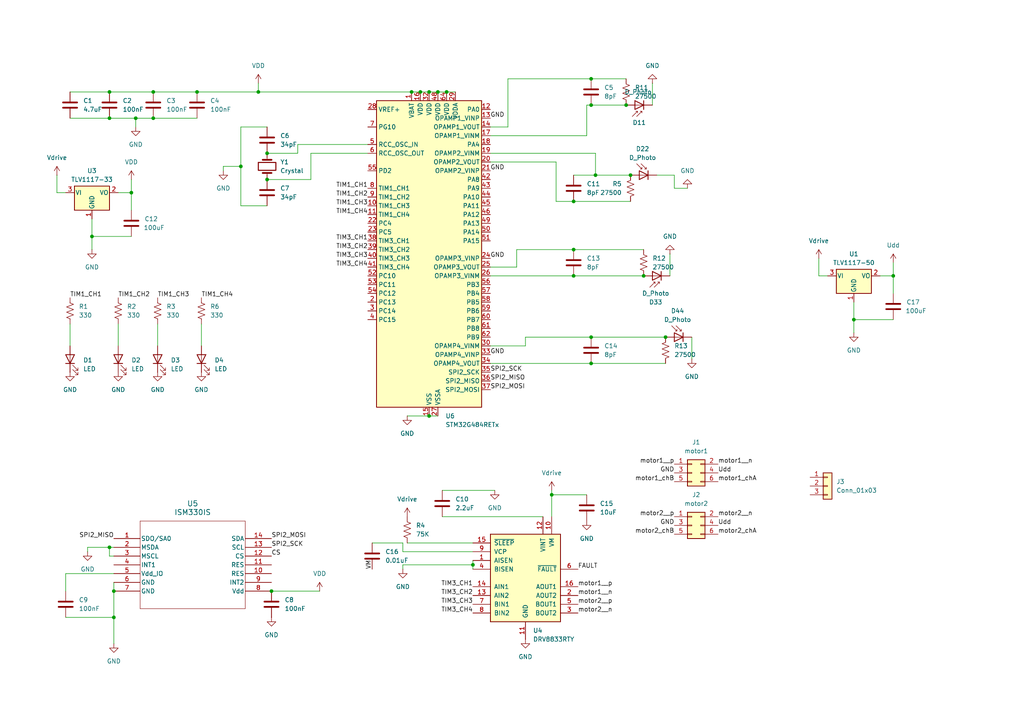
<source format=kicad_sch>
(kicad_sch (version 20231120) (generator "eeschema") (generator_version "8.0")
  (paper "A4")
  (lib_symbols
    (symbol "Connector_Generic:Conn_01x03" (pin_names (offset 1.016) hide)
      (property "Reference" "J" (at 0 5.08 0))
      (property "Value" "Conn_01x03" (at 0 -5.08 0))
      (symbol "Conn_01x03_1_1"
        (rectangle (start -1.27 -2.413) (end 0 -2.667) (stroke (width 0.1524)))
        (rectangle (start -1.27 0.127) (end 0 -0.127) (stroke (width 0.1524)))
        (rectangle (start -1.27 2.667) (end 0 2.413) (stroke (width 0.1524)))
        (rectangle (start -1.27 3.81) (end 1.27 -3.81) (stroke (width 0.254)) (fill (type background)))
        (pin passive line (at -5.08 2.54 0) (length 3.81) (name "Pin_1") (number "1"))
        (pin passive line (at -5.08 0 0) (length 3.81) (name "Pin_2") (number "2"))
        (pin passive line (at -5.08 -2.54 0) (length 3.81) (name "Pin_3") (number "3"))
      )
    )
    (symbol "Connector_Generic:Conn_02x03_Odd_Even" (pin_names (offset 1.016) hide)
      (property "Reference" "J" (at 1.27 5.08 0))
      (property "Value" "Conn_02x03_Odd_Even" (at 1.27 -5.08 0))
      (symbol "Conn_02x03_Odd_Even_1_1"
        (rectangle (start -1.27 -2.413) (end 0 -2.667) (stroke (width 0.1524)))
        (rectangle (start -1.27 0.127) (end 0 -0.127) (stroke (width 0.1524)))
        (rectangle (start -1.27 2.667) (end 0 2.413) (stroke (width 0.1524)))
        (rectangle (start -1.27 3.81) (end 3.81 -3.81) (stroke (width 0.254)) (fill (type background)))
        (rectangle (start 3.81 -2.413) (end 2.54 -2.667) (stroke (width 0.1524)))
        (rectangle (start 3.81 0.127) (end 2.54 -0.127) (stroke (width 0.1524)))
        (rectangle (start 3.81 2.667) (end 2.54 2.413) (stroke (width 0.1524)))
        (pin passive line (at -5.08 2.54 0) (length 3.81) (name "Pin_1") (number "1"))
        (pin passive line (at 7.62 2.54 180) (length 3.81) (name "Pin_2") (number "2"))
        (pin passive line (at -5.08 0 0) (length 3.81) (name "Pin_3") (number "3"))
        (pin passive line (at 7.62 0 180) (length 3.81) (name "Pin_4") (number "4"))
        (pin passive line (at -5.08 -2.54 0) (length 3.81) (name "Pin_5") (number "5"))
        (pin passive line (at 7.62 -2.54 180) (length 3.81) (name "Pin_6") (number "6"))
      )
    )
    (symbol "Device:C" (pin_numbers hide) (pin_names (offset 0.254))
      (property "Reference" "C" (at 0.635 2.54 0))
      (property "Value" "C" (at 0.635 -2.54 0))
      (symbol "C_0_1"
        (polyline (pts (xy -2.032 -0.762) (xy 2.032 -0.762)) (stroke (width 0.508)))
        (polyline (pts (xy -2.032 0.762) (xy 2.032 0.762)) (stroke (width 0.508)))
      )
      (symbol "C_1_1"
        (pin passive line (at 0 3.81 270) (length 2.794) (name "~") (number "1"))
        (pin passive line (at 0 -3.81 90) (length 2.794) (name "~") (number "2"))
      )
    )
    (symbol "Device:Crystal" (pin_numbers hide) (pin_names (offset 1.016) hide)
      (property "Reference" "Y" (at 0 3.81 0))
      (property "Value" "Crystal" (at 0 -3.81 0))
      (symbol "Crystal_0_1"
        (rectangle (start -1.143 2.54) (end 1.143 -2.54) (stroke (width 0.3048)))
        (polyline (pts (xy -2.54 0) (xy -1.905 0)))
        (polyline (pts (xy -1.905 -1.27) (xy -1.905 1.27)) (stroke (width 0.508)))
        (polyline (pts (xy 1.905 -1.27) (xy 1.905 1.27)) (stroke (width 0.508)))
        (polyline (pts (xy 2.54 0) (xy 1.905 0)))
      )
      (symbol "Crystal_1_1"
        (pin passive line (at -3.81 0 0) (length 1.27) (name "1") (number "1"))
        (pin passive line (at 3.81 0 180) (length 1.27) (name "2") (number "2"))
      )
    )
    (symbol "Device:D_Photo" (pin_numbers hide) (pin_names hide)
      (property "Reference" "D" (at 0.508 1.778 0))
      (property "Value" "D_Photo" (at -1.016 -2.794 0))
      (symbol "D_Photo_0_1"
        (polyline (pts (xy -2.54 1.27) (xy -2.54 -1.27)) (stroke (width 0.254)))
        (polyline (pts (xy -2.032 1.778) (xy -1.524 1.778)))
        (polyline (pts (xy 0 0) (xy -2.54 0)))
        (polyline (pts (xy -0.508 3.302) (xy -2.032 1.778) (xy -2.032 2.286)))
        (polyline (pts (xy 0 -1.27) (xy 0 1.27) (xy -2.54 0) (xy 0 -1.27)) (stroke (width 0.254)))
        (polyline (pts (xy 0.762 3.302) (xy -0.762 1.778) (xy -0.762 2.286) (xy -0.762 1.778) (xy -0.254 1.778)))
      )
      (symbol "D_Photo_1_1"
        (pin passive line (at -5.08 0 0) (length 2.54) (name "K") (number "1"))
        (pin passive line (at 2.54 0 180) (length 2.54) (name "A") (number "2"))
      )
    )
    (symbol "Device:LED" (pin_numbers hide) (pin_names (offset 1.016) hide)
      (property "Reference" "D" (at 0 2.54 0))
      (property "Value" "LED" (at 0 -2.54 0))
      (symbol "LED_0_1"
        (polyline (pts (xy -1.27 -1.27) (xy -1.27 1.27)) (stroke (width 0.254)))
        (polyline (pts (xy -1.27 0) (xy 1.27 0)))
        (polyline (pts (xy 1.27 -1.27) (xy 1.27 1.27) (xy -1.27 0) (xy 1.27 -1.27)) (stroke (width 0.254)))
        (polyline (pts (xy -3.048 -0.762) (xy -4.572 -2.286) (xy -3.81 -2.286) (xy -4.572 -2.286) (xy -4.572 -1.524)))
        (polyline (pts (xy -1.778 -0.762) (xy -3.302 -2.286) (xy -2.54 -2.286) (xy -3.302 -2.286) (xy -3.302 -1.524)))
      )
      (symbol "LED_1_1"
        (pin passive line (at -3.81 0 0) (length 2.54) (name "K") (number "1"))
        (pin passive line (at 3.81 0 180) (length 2.54) (name "A") (number "2"))
      )
    )
    (symbol "Device:R_US" (pin_numbers hide) (pin_names (offset 0))
      (property "Reference" "R" (at 2.54 0 90))
      (property "Value" "R_US" (at -2.54 0 90))
      (symbol "R_US_0_1"
        (polyline (pts (xy 0 -2.286) (xy 0 -2.54)))
        (polyline (pts (xy 0 2.286) (xy 0 2.54)))
        (polyline (pts (xy 0 -0.762) (xy 1.016 -1.143) (xy 0 -1.524) (xy -1.016 -1.905) (xy 0 -2.286)))
        (polyline (pts (xy 0 0.762) (xy 1.016 0.381) (xy 0 0) (xy -1.016 -0.381) (xy 0 -0.762)))
        (polyline (pts (xy 0 2.286) (xy 1.016 1.905) (xy 0 1.524) (xy -1.016 1.143) (xy 0 0.762)))
      )
      (symbol "R_US_1_1"
        (pin passive line (at 0 3.81 270) (length 1.27) (name "~") (number "1"))
        (pin passive line (at 0 -3.81 90) (length 1.27) (name "~") (number "2"))
      )
    )
    (symbol "Driver_Motor:DRV8833RTY" (pin_names (offset 1.016))
      (property "Reference" "U" (at -3.81 16.51 0))
      (property "Value" "DRV8833RTY" (at -3.81 13.97 0))
      (symbol "DRV8833RTY_0_1"
        (rectangle (start -10.16 12.7) (end 10.16 -12.7) (stroke (width 0.254)) (fill (type background)))
      )
      (symbol "DRV8833RTY_1_1"
        (pin bidirectional line (at -15.24 5.08 0) (length 5.08) (name "AISEN") (number "1"))
        (pin power_in line (at 7.62 17.78 270) (length 5.08) (name "VM") (number "10"))
        (pin power_in line (at 0 -17.78 90) (length 5.08) (name "GND") (number "11"))
        (pin power_in line (at 5.08 17.78 270) (length 5.08) (name "VINT") (number "12"))
        (pin input line (at -15.24 -5.08 0) (length 5.08) (name "AIN2") (number "13"))
        (pin input line (at -15.24 -2.54 0) (length 5.08) (name "AIN1") (number "14"))
        (pin input line (at -15.24 10.16 0) (length 5.08) (name "~{SLEEP}") (number "15"))
        (pin power_out line (at 15.24 -2.54 180) (length 5.08) (name "AOUT1") (number "16"))
        (pin passive line (at 0 -17.78 90) (length 5.08) hide (name "GND") (number "17"))
        (pin power_out line (at 15.24 -5.08 180) (length 5.08) (name "AOUT2") (number "2"))
        (pin power_out line (at 15.24 -10.16 180) (length 5.08) (name "BOUT2") (number "3"))
        (pin bidirectional line (at -15.24 2.54 0) (length 5.08) (name "BISEN") (number "4"))
        (pin power_out line (at 15.24 -7.62 180) (length 5.08) (name "BOUT1") (number "5"))
        (pin open_collector line (at 15.24 2.54 180) (length 5.08) (name "~{FAULT}") (number "6"))
        (pin input line (at -15.24 -7.62 0) (length 5.08) (name "BIN1") (number "7"))
        (pin input line (at -15.24 -10.16 0) (length 5.08) (name "BIN2") (number "8"))
        (pin bidirectional line (at -15.24 7.62 0) (length 5.08) (name "VCP") (number "9"))
      )
    )
    (symbol "ISM330IS:ISM330IS" (pin_names (offset 0.254))
      (property "Reference" "U" (at 22.86 10.16 0))
      (property "Value" "ISM330IS" (at 22.86 7.62 0))
      (symbol "ISM330IS_0_1"
        (polyline (pts (xy 7.62 -20.32) (xy 38.1 -20.32)) (stroke (width 0.127)))
        (polyline (pts (xy 7.62 5.08) (xy 7.62 -20.32)) (stroke (width 0.127)))
        (polyline (pts (xy 38.1 -20.32) (xy 38.1 5.08)) (stroke (width 0.127)))
        (polyline (pts (xy 38.1 5.08) (xy 7.62 5.08)) (stroke (width 0.127)))
        (pin unspecified line (at 0 0 0) (length 7.62) (name "SDO/SA0") (number "1"))
        (pin unspecified line (at 45.72 -10.16 180) (length 7.62) (name "RES") (number "10"))
        (pin unspecified line (at 45.72 -7.62 180) (length 7.62) (name "RES") (number "11"))
        (pin unspecified line (at 45.72 -5.08 180) (length 7.62) (name "CS") (number "12"))
        (pin unspecified line (at 45.72 -2.54 180) (length 7.62) (name "SCL") (number "13"))
        (pin unspecified line (at 45.72 0 180) (length 7.62) (name "SDA") (number "14"))
        (pin unspecified line (at 0 -2.54 0) (length 7.62) (name "MSDA") (number "2"))
        (pin unspecified line (at 0 -5.08 0) (length 7.62) (name "MSCL") (number "3"))
        (pin input line (at 0 -7.62 0) (length 7.62) (name "INT1") (number "4"))
        (pin power_in line (at 0 -10.16 0) (length 7.62) (name "Vdd_IO") (number "5"))
        (pin power_out line (at 0 -12.7 0) (length 7.62) (name "GND") (number "6"))
        (pin power_out line (at 0 -15.24 0) (length 7.62) (name "GND") (number "7"))
        (pin power_in line (at 45.72 -15.24 180) (length 7.62) (name "Vdd") (number "8"))
        (pin input line (at 45.72 -12.7 180) (length 7.62) (name "INT2") (number "9"))
      )
    )
    (symbol "MCU_ST_STM32G4:STM32G484RETx"
      (property "Reference" "U" (at -15.24 46.99 0))
      (property "Value" "STM32G484RETx" (at 10.16 46.99 0))
      (symbol "STM32G484RETx_0_1"
        (rectangle (start -15.24 -43.18) (end 15.24 45.72) (stroke (width 0.254)) (fill (type background)))
      )
      (symbol "STM32G484RETx_1_1"
        (pin power_in line (at -5.08 48.26 270) (length 2.54) (name "VBAT") (number "1"))
        (pin bidirectional line (at -17.78 15.24 0) (length 2.54) (name "PC2") (number "10") (alternate "TIM1_CH3" bidirectional line))
        (pin bidirectional line (at -17.78 12.7 0) (length 2.54) (name "PC3") (number "11") (alternate "TIM1_CH4" bidirectional line))
        (pin bidirectional line (at 17.78 43.18 180) (length 2.54) (name "PA0") (number "12"))
        (pin bidirectional line (at 17.78 40.64 180) (length 2.54) (name "PA1") (number "13") (alternate "OPAMP1_VINP" bidirectional line) (alternate "OPAMP3_VINP" bidirectional line))
        (pin bidirectional line (at 17.78 38.1 180) (length 2.54) (name "PA2") (number "14") (alternate "OPAMP1_VOUT" bidirectional line))
        (pin power_in line (at 0 -45.72 90) (length 2.54) (name "VSS") (number "15"))
        (pin power_in line (at -2.54 48.26 270) (length 2.54) (name "VDD") (number "16"))
        (pin bidirectional line (at 17.78 35.56 180) (length 2.54) (name "PA3") (number "17") (alternate "OPAMP1_VINM" bidirectional line) (alternate "OPAMP1_VINP" bidirectional line))
        (pin bidirectional line (at 17.78 33.02 180) (length 2.54) (name "PA4") (number "18") (alternate "TIM3_CH2" bidirectional line))
        (pin bidirectional line (at 17.78 30.48 180) (length 2.54) (name "PA5") (number "19") (alternate "OPAMP2_VINM" bidirectional line))
        (pin bidirectional line (at -17.78 -12.7 0) (length 2.54) (name "PC13") (number "2"))
        (pin bidirectional line (at 17.78 27.94 180) (length 2.54) (name "PA6") (number "20") (alternate "OPAMP2_VOUT" bidirectional line) (alternate "TIM3_CH1" bidirectional line))
        (pin bidirectional line (at 17.78 25.4 180) (length 2.54) (name "PA7") (number "21") (alternate "OPAMP1_VINP" bidirectional line) (alternate "OPAMP2_VINP" bidirectional line) (alternate "TIM3_CH2" bidirectional line))
        (pin bidirectional line (at -17.78 10.16 0) (length 2.54) (name "PC4") (number "22"))
        (pin bidirectional line (at -17.78 7.62 0) (length 2.54) (name "PC5") (number "23") (alternate "OPAMP1_VINM" bidirectional line) (alternate "OPAMP2_VINM" bidirectional line))
        (pin bidirectional line (at 17.78 0 180) (length 2.54) (name "PB0") (number "24") (alternate "OPAMP2_VINP" bidirectional line) (alternate "OPAMP3_VINP" bidirectional line) (alternate "TIM3_CH3" bidirectional line))
        (pin bidirectional line (at 17.78 -2.54 180) (length 2.54) (name "PB1") (number "25") (alternate "OPAMP3_VOUT" bidirectional line) (alternate "TIM3_CH4" bidirectional line))
        (pin bidirectional line (at 17.78 -5.08 180) (length 2.54) (name "PB2") (number "26") (alternate "OPAMP3_VINM" bidirectional line))
        (pin power_in line (at 2.54 -45.72 90) (length 2.54) (name "VSSA") (number "27"))
        (pin input line (at -17.78 43.18 0) (length 2.54) (name "VREF+") (number "28"))
        (pin power_in line (at 7.62 48.26 270) (length 2.54) (name "VDDA") (number "29"))
        (pin bidirectional line (at -17.78 -15.24 0) (length 2.54) (name "PC14") (number "3"))
        (pin bidirectional line (at 17.78 -25.4 180) (length 2.54) (name "PB10") (number "30") (alternate "OPAMP3_VINM" bidirectional line) (alternate "OPAMP4_VINM" bidirectional line))
        (pin passive line (at 0 -45.72 90) (length 2.54) hide (name "VSS") (number "31"))
        (pin power_in line (at 0 48.26 270) (length 2.54) (name "VDD") (number "32"))
        (pin bidirectional line (at 17.78 -27.94 180) (length 2.54) (name "PB11") (number "33") (alternate "OPAMP4_VINP" bidirectional line))
        (pin bidirectional line (at 17.78 -30.48 180) (length 2.54) (name "PB12") (number "34") (alternate "OPAMP4_VOUT" bidirectional line))
        (pin bidirectional line (at 17.78 -33.02 180) (length 2.54) (name "PB13") (number "35") (alternate "OPAMP3_VINP" bidirectional line) (alternate "OPAMP4_VINP" bidirectional line) (alternate "SPI2_SCK" bidirectional line))
        (pin bidirectional line (at 17.78 -35.56 180) (length 2.54) (name "PB14") (number "36") (alternate "OPAMP2_VINP" bidirectional line) (alternate "SPI2_MISO" bidirectional line))
        (pin bidirectional line (at 17.78 -38.1 180) (length 2.54) (name "PB15") (number "37") (alternate "SPI2_MOSI" bidirectional line))
        (pin bidirectional line (at -17.78 5.08 0) (length 2.54) (name "PC6") (number "38") (alternate "TIM3_CH1" bidirectional line))
        (pin bidirectional line (at -17.78 2.54 0) (length 2.54) (name "PC7") (number "39") (alternate "TIM3_CH2" bidirectional line))
        (pin bidirectional line (at -17.78 -17.78 0) (length 2.54) (name "PC15") (number "4"))
        (pin bidirectional line (at -17.78 0 0) (length 2.54) (name "PC8") (number "40") (alternate "TIM3_CH3" bidirectional line))
        (pin bidirectional line (at -17.78 -2.54 0) (length 2.54) (name "PC9") (number "41") (alternate "TIM3_CH4" bidirectional line))
        (pin bidirectional line (at 17.78 22.86 180) (length 2.54) (name "PA8") (number "42") (alternate "TIM1_CH1" bidirectional line))
        (pin bidirectional line (at 17.78 20.32 180) (length 2.54) (name "PA9") (number "43") (alternate "TIM1_CH2" bidirectional line))
        (pin bidirectional line (at 17.78 17.78 180) (length 2.54) (name "PA10") (number "44") (alternate "SPI2_MISO" bidirectional line) (alternate "TIM1_CH3" bidirectional line))
        (pin bidirectional line (at 17.78 15.24 180) (length 2.54) (name "PA11") (number "45") (alternate "SPI2_MOSI" bidirectional line) (alternate "TIM1_CH4" bidirectional line))
        (pin bidirectional line (at 17.78 12.7 180) (length 2.54) (name "PA12") (number "46"))
        (pin passive line (at 0 -45.72 90) (length 2.54) hide (name "VSS") (number "47"))
        (pin power_in line (at 2.54 48.26 270) (length 2.54) (name "VDD") (number "48"))
        (pin bidirectional line (at 17.78 10.16 180) (length 2.54) (name "PA13") (number "49"))
        (pin bidirectional line (at -17.78 33.02 0) (length 2.54) (name "PF0") (number "5") (alternate "RCC_OSC_IN" bidirectional line))
        (pin bidirectional line (at 17.78 7.62 180) (length 2.54) (name "PA14") (number "50"))
        (pin bidirectional line (at 17.78 5.08 180) (length 2.54) (name "PA15") (number "51"))
        (pin bidirectional line (at -17.78 -5.08 0) (length 2.54) (name "PC10") (number "52"))
        (pin bidirectional line (at -17.78 -7.62 0) (length 2.54) (name "PC11") (number "53"))
        (pin bidirectional line (at -17.78 -10.16 0) (length 2.54) (name "PC12") (number "54"))
        (pin bidirectional line (at -17.78 25.4 0) (length 2.54) (name "PD2") (number "55"))
        (pin bidirectional line (at 17.78 -7.62 180) (length 2.54) (name "PB3") (number "56"))
        (pin bidirectional line (at 17.78 -10.16 180) (length 2.54) (name "PB4") (number "57") (alternate "TIM3_CH1" bidirectional line))
        (pin bidirectional line (at 17.78 -12.7 180) (length 2.54) (name "PB5") (number "58") (alternate "TIM3_CH2" bidirectional line))
        (pin bidirectional line (at 17.78 -15.24 180) (length 2.54) (name "PB6") (number "59"))
        (pin bidirectional line (at -17.78 30.48 0) (length 2.54) (name "PF1") (number "6") (alternate "RCC_OSC_OUT" bidirectional line) (alternate "SPI2_SCK" bidirectional line))
        (pin bidirectional line (at 17.78 -17.78 180) (length 2.54) (name "PB7") (number "60") (alternate "TIM3_CH4" bidirectional line))
        (pin bidirectional line (at 17.78 -20.32 180) (length 2.54) (name "PB8") (number "61"))
        (pin bidirectional line (at 17.78 -22.86 180) (length 2.54) (name "PB9") (number "62"))
        (pin passive line (at 0 -45.72 90) (length 2.54) hide (name "VSS") (number "63"))
        (pin power_in line (at 5.08 48.26 270) (length 2.54) (name "VDD") (number "64"))
        (pin bidirectional line (at -17.78 38.1 0) (length 2.54) (name "PG10") (number "7"))
        (pin bidirectional line (at -17.78 20.32 0) (length 2.54) (name "PC0") (number "8") (alternate "TIM1_CH1" bidirectional line))
        (pin bidirectional line (at -17.78 17.78 0) (length 2.54) (name "PC1") (number "9") (alternate "TIM1_CH2" bidirectional line))
      )
    )
    (symbol "Regulator_Linear:TLV1117-33" (pin_names (offset 0.254))
      (property "Reference" "U" (at -3.81 3.175 0))
      (property "Value" "TLV1117-33" (at 0 3.175 0))
      (symbol "TLV1117-33_0_1"
        (rectangle (start -5.08 -5.08) (end 5.08 1.905) (stroke (width 0.254)) (fill (type background)))
      )
      (symbol "TLV1117-33_1_1"
        (pin power_in line (at 0 -7.62 90) (length 2.54) (name "GND") (number "1"))
        (pin power_out line (at 7.62 0 180) (length 2.54) (name "VO") (number "2"))
        (pin power_in line (at -7.62 0 0) (length 2.54) (name "VI") (number "3"))
      )
    )
    (symbol "Regulator_Linear:TLV1117-50" (pin_names (offset 0.254))
      (property "Reference" "U" (at -3.81 3.175 0))
      (property "Value" "TLV1117-50" (at 0 3.175 0))
      (symbol "TLV1117-50_0_1"
        (rectangle (start -5.08 -5.08) (end 5.08 1.905) (stroke (width 0.254)) (fill (type background)))
      )
      (symbol "TLV1117-50_1_1"
        (pin power_in line (at 0 -7.62 90) (length 2.54) (name "GND") (number "1"))
        (pin power_out line (at 7.62 0 180) (length 2.54) (name "VO") (number "2"))
        (pin power_in line (at -7.62 0 0) (length 2.54) (name "VI") (number "3"))
      )
    )
    (symbol "power:GND" (power) (pin_numbers hide) (pin_names (offset 0) hide)
      (property "Value" "GND" (at 0 -3.81 0))
      (symbol "GND_0_1"
        (polyline (pts (xy 0 0) (xy 0 -1.27) (xy 1.27 -1.27) (xy 0 -2.54) (xy -1.27 -1.27) (xy 0 -1.27)))
      )
      (symbol "GND_1_1"
        (pin power_in line (at 0 0 270) (length 0) (name "~") (number "1"))
      )
    )
    (symbol "power:VDD" (power) (pin_numbers hide) (pin_names (offset 0) hide)
      (property "Value" "VDD" (at 0 3.556 0))
      (symbol "VDD_0_1"
        (polyline (pts (xy -0.762 1.27) (xy 0 2.54)))
        (polyline (pts (xy 0 0) (xy 0 2.54)))
        (polyline (pts (xy 0 2.54) (xy 0.762 1.27)))
      )
      (symbol "VDD_1_1"
        (pin power_in line (at 0 0 90) (length 0) (name "~") (number "1"))
      )
    )
    (symbol "power:Vdrive" (power) (pin_numbers hide) (pin_names (offset 0) hide)
      (property "Value" "Vdrive" (at 0 3.556 0))
      (symbol "Vdrive_0_1"
        (polyline (pts (xy -0.762 1.27) (xy 0 2.54)))
        (polyline (pts (xy 0 0) (xy 0 2.54)))
        (polyline (pts (xy 0 2.54) (xy 0.762 1.27)))
      )
      (symbol "Vdrive_1_1"
        (pin power_in line (at 0 0 90) (length 0) (name "~") (number "1"))
      )
    )
  )
  (junction (at 124.46 120.65))
  (junction (at 44.45 26.67))
  (junction (at 124.46 26.67))
  (junction (at 171.45 30.48))
  (junction (at 39.37 34.29))
  (junction (at 171.45 97.79))
  (junction (at 259.08 80.01))
  (junction (at 31.75 34.29))
  (junction (at 119.38 26.67))
  (junction (at 78.74 171.45))
  (junction (at 166.37 80.01))
  (junction (at 31.75 158.75))
  (junction (at 247.65 92.71))
  (junction (at 181.61 30.48))
  (junction (at 121.92 26.67))
  (junction (at 182.88 50.8))
  (junction (at 193.04 97.79))
  (junction (at 172.72 50.8))
  (junction (at 38.1 55.88))
  (junction (at 57.15 26.67))
  (junction (at 33.02 171.45))
  (junction (at 69.85 48.26))
  (junction (at 31.75 26.67))
  (junction (at 166.37 72.39))
  (junction (at 166.37 58.42))
  (junction (at 137.16 163.83))
  (junction (at 171.45 22.86))
  (junction (at 33.02 179.07))
  (junction (at 77.47 52.07))
  (junction (at 44.45 34.29))
  (junction (at 186.69 80.01))
  (junction (at 127 26.67))
  (junction (at 26.67 68.58))
  (junction (at 74.93 26.67))
  (junction (at 77.47 44.45))
  (junction (at 171.45 105.41))
  (junction (at 160.02 143.51))
  (junction (at 129.54 26.67))
  (wire (pts (xy 149.86 72.39) (xy 166.37 72.39)))
  (wire (pts (xy 26.67 63.5) (xy 26.67 68.58)))
  (wire (pts (xy 247.65 92.71) (xy 259.08 92.71)))
  (wire (pts (xy 44.45 34.29) (xy 57.15 34.29)))
  (wire (pts (xy 259.08 76.2) (xy 259.08 80.01)))
  (wire (pts (xy 200.66 97.79) (xy 200.66 104.14)))
  (wire (pts (xy 149.86 72.39) (xy 149.86 77.47)))
  (wire (pts (xy 31.75 161.29) (xy 31.75 158.75)))
  (wire (pts (xy 78.74 171.45) (xy 92.71 171.45)))
  (wire (pts (xy 149.86 77.47) (xy 142.24 77.47)))
  (wire (pts (xy 142.24 80.01) (xy 166.37 80.01)))
  (wire (pts (xy 137.16 163.83) (xy 137.16 165.1)))
  (wire (pts (xy 69.85 48.26) (xy 69.85 59.69)))
  (wire (pts (xy 38.1 55.88) (xy 38.1 60.96)))
  (wire (pts (xy 247.65 87.63) (xy 247.65 92.71)))
  (wire (pts (xy 106.68 44.45) (xy 90.17 44.45)))
  (wire (pts (xy 64.77 49.53) (xy 64.77 48.26)))
  (wire (pts (xy 116.84 163.83) (xy 137.16 163.83)))
  (wire (pts (xy 170.18 39.37) (xy 142.24 39.37)))
  (wire (pts (xy 160.02 143.51) (xy 160.02 142.24)))
  (wire (pts (xy 20.32 26.67) (xy 31.75 26.67)))
  (wire (pts (xy 195.58 50.8) (xy 195.58 54.61)))
  (wire (pts (xy 121.92 26.67) (xy 124.46 26.67)))
  (wire (pts (xy 20.32 93.98) (xy 20.32 100.33)))
  (wire (pts (xy 172.72 44.45) (xy 172.72 50.8)))
  (wire (pts (xy 142.24 46.99) (xy 161.29 46.99)))
  (wire (pts (xy 38.1 52.07) (xy 38.1 55.88)))
  (wire (pts (xy 33.02 166.37) (xy 19.05 166.37)))
  (wire (pts (xy 166.37 58.42) (xy 182.88 58.42)))
  (wire (pts (xy 160.02 143.51) (xy 170.18 143.51)))
  (wire (pts (xy 124.46 26.67) (xy 127 26.67)))
  (wire (pts (xy 19.05 166.37) (xy 19.05 171.45)))
  (wire (pts (xy 166.37 80.01) (xy 186.69 80.01)))
  (wire (pts (xy 31.75 34.29) (xy 39.37 34.29)))
  (wire (pts (xy 166.37 50.8) (xy 172.72 50.8)))
  (wire (pts (xy 171.45 97.79) (xy 193.04 97.79)))
  (wire (pts (xy 39.37 34.29) (xy 39.37 36.83)))
  (wire (pts (xy 25.4 158.75) (xy 25.4 160.02)))
  (wire (pts (xy 77.47 36.83) (xy 69.85 36.83)))
  (wire (pts (xy 181.61 22.86) (xy 171.45 22.86)))
  (wire (pts (xy 90.17 44.45) (xy 90.17 52.07)))
  (wire (pts (xy 152.4 97.79) (xy 171.45 97.79)))
  (wire (pts (xy 195.58 54.61) (xy 199.39 54.61)))
  (wire (pts (xy 259.08 80.01) (xy 259.08 85.09)))
  (wire (pts (xy 189.23 30.48) (xy 189.23 24.13)))
  (wire (pts (xy 16.51 55.88) (xy 19.05 55.88)))
  (wire (pts (xy 128.27 149.86) (xy 157.48 149.86)))
  (wire (pts (xy 31.75 158.75) (xy 25.4 158.75)))
  (wire (pts (xy 33.02 171.45) (xy 33.02 179.07)))
  (wire (pts (xy 142.24 105.41) (xy 171.45 105.41)))
  (wire (pts (xy 74.93 26.67) (xy 119.38 26.67)))
  (wire (pts (xy 170.18 30.48) (xy 171.45 30.48)))
  (wire (pts (xy 31.75 26.67) (xy 44.45 26.67)))
  (wire (pts (xy 137.16 162.56) (xy 137.16 163.83)))
  (wire (pts (xy 39.37 34.29) (xy 44.45 34.29)))
  (wire (pts (xy 170.18 30.48) (xy 170.18 39.37)))
  (wire (pts (xy 161.29 58.42) (xy 166.37 58.42)))
  (wire (pts (xy 171.45 30.48) (xy 181.61 30.48)))
  (wire (pts (xy 19.05 179.07) (xy 33.02 179.07)))
  (wire (pts (xy 34.29 93.98) (xy 34.29 100.33)))
  (wire (pts (xy 44.45 26.67) (xy 57.15 26.67)))
  (wire (pts (xy 57.15 26.67) (xy 74.93 26.67)))
  (wire (pts (xy 116.84 157.48) (xy 116.84 160.02)))
  (wire (pts (xy 171.45 105.41) (xy 193.04 105.41)))
  (wire (pts (xy 160.02 149.86) (xy 160.02 143.51)))
  (wire (pts (xy 26.67 68.58) (xy 26.67 72.39)))
  (wire (pts (xy 118.11 157.48) (xy 137.16 157.48)))
  (wire (pts (xy 116.84 165.1) (xy 116.84 163.83)))
  (wire (pts (xy 147.32 36.83) (xy 142.24 36.83)))
  (wire (pts (xy 143.51 142.24) (xy 128.27 142.24)))
  (wire (pts (xy 152.4 100.33) (xy 142.24 100.33)))
  (wire (pts (xy 171.45 22.86) (xy 147.32 22.86)))
  (wire (pts (xy 74.93 24.13) (xy 74.93 26.67)))
  (wire (pts (xy 152.4 97.79) (xy 152.4 100.33)))
  (wire (pts (xy 237.49 74.93) (xy 237.49 80.01)))
  (wire (pts (xy 259.08 80.01) (xy 255.27 80.01)))
  (wire (pts (xy 16.51 50.8) (xy 16.51 55.88)))
  (wire (pts (xy 190.5 50.8) (xy 195.58 50.8)))
  (wire (pts (xy 20.32 34.29) (xy 31.75 34.29)))
  (wire (pts (xy 127 26.67) (xy 129.54 26.67)))
  (wire (pts (xy 33.02 158.75) (xy 31.75 158.75)))
  (wire (pts (xy 124.46 120.65) (xy 127 120.65)))
  (wire (pts (xy 147.32 22.86) (xy 147.32 36.83)))
  (wire (pts (xy 182.88 50.8) (xy 172.72 50.8)))
  (wire (pts (xy 26.67 68.58) (xy 38.1 68.58)))
  (wire (pts (xy 107.95 157.48) (xy 116.84 157.48)))
  (wire (pts (xy 58.42 93.98) (xy 58.42 100.33)))
  (wire (pts (xy 45.72 93.98) (xy 45.72 100.33)))
  (wire (pts (xy 161.29 46.99) (xy 161.29 58.42)))
  (wire (pts (xy 38.1 55.88) (xy 34.29 55.88)))
  (wire (pts (xy 86.36 44.45) (xy 77.47 44.45)))
  (wire (pts (xy 237.49 80.01) (xy 240.03 80.01)))
  (wire (pts (xy 129.54 26.67) (xy 132.08 26.67)))
  (wire (pts (xy 166.37 72.39) (xy 186.69 72.39)))
  (wire (pts (xy 116.84 160.02) (xy 137.16 160.02)))
  (wire (pts (xy 33.02 161.29) (xy 31.75 161.29)))
  (wire (pts (xy 90.17 52.07) (xy 77.47 52.07)))
  (wire (pts (xy 33.02 179.07) (xy 33.02 186.69)))
  (wire (pts (xy 64.77 48.26) (xy 69.85 48.26)))
  (wire (pts (xy 142.24 44.45) (xy 172.72 44.45)))
  (wire (pts (xy 118.11 120.65) (xy 124.46 120.65)))
  (wire (pts (xy 247.65 92.71) (xy 247.65 96.52)))
  (wire (pts (xy 119.38 26.67) (xy 121.92 26.67)))
  (wire (pts (xy 69.85 59.69) (xy 77.47 59.69)))
  (wire (pts (xy 33.02 168.91) (xy 33.02 171.45)))
  (wire (pts (xy 194.31 80.01) (xy 194.31 73.66)))
  (wire (pts (xy 106.68 41.91) (xy 86.36 41.91)))
  (wire (pts (xy 69.85 36.83) (xy 69.85 48.26)))
  (wire (pts (xy 86.36 41.91) (xy 86.36 44.45)))
  (label "TIM3_CH1" (at 137.16 170.18 180))
  (label "SPI2_MISO" (at 33.02 156.21 180))
  (label "GND" (at 195.58 137.16 180))
  (label "TIM1_CH3" (at 106.68 59.69 180))
  (label "TIM3_CH2" (at 137.16 172.72 180))
  (label "TIM1_CH3" (at 45.72 86.36 0))
  (label "GND" (at 142.24 74.93 0))
  (label "motor2__n" (at 208.28 149.86 0))
  (label "GND" (at 142.24 49.53 0))
  (label "CS" (at 78.74 161.29 0))
  (label "motor1__n" (at 167.64 172.72 0))
  (label "TIM3_CH3" (at 106.68 74.93 180))
  (label "motor1_chA" (at 208.28 139.7 0))
  (label "Udd" (at 208.28 152.4 0))
  (label "motor2__p" (at 195.58 149.86 180))
  (label "Udd" (at 208.28 137.16 0))
  (label "SPI2_MISO" (at 142.24 110.49 0))
  (label "TIM3_CH2" (at 106.68 72.39 180))
  (label "SPI2_MOSI" (at 142.24 113.03 0))
  (label "motor2_chA" (at 208.28 154.94 0))
  (label "motor1__n" (at 208.28 134.62 0))
  (label "VM" (at 107.95 165.1 90))
  (label "FAULT" (at 167.64 165.1 0))
  (label "TIM1_CH4" (at 106.68 62.23 180))
  (label "TIM1_CH2" (at 106.68 57.15 180))
  (label "motor1__p" (at 167.64 170.18 0))
  (label "motor1_chB" (at 195.58 139.7 180))
  (label "motor2__p" (at 167.64 175.26 0))
  (label "motor2__n" (at 167.64 177.8 0))
  (label "TIM1_CH1" (at 20.32 86.36 0))
  (label "SPI2_SCK" (at 142.24 107.95 0))
  (label "motor1__p" (at 195.58 134.62 180))
  (label "TIM3_CH3" (at 137.16 175.26 180))
  (label "TIM3_CH4" (at 137.16 177.8 180))
  (label "TIM1_CH1" (at 106.68 54.61 180))
  (label "TIM3_CH4" (at 106.68 77.47 180))
  (label "TIM1_CH2" (at 34.29 86.36 0))
  (label "TIM3_CH1" (at 106.68 69.85 180))
  (label "GND" (at 142.24 102.87 0))
  (label "SPI2_MOSI" (at 78.74 156.21 0))
  (label "GND" (at 195.58 152.4 180))
  (label "GND" (at 142.24 34.29 0))
  (label "TIM1_CH4" (at 58.42 86.36 0))
  (label "SPI2_SCK" (at 78.74 158.75 0))
  (label "motor2_chB" (at 195.58 154.94 180))
  (symbol (lib_id "power:GND") (at 143.51 142.24 0) (unit 1)
    (property "Reference" "#PWR022" (effects (hide yes)))
    (property "Value" "GND" (at 143.51 147.32 0))
    (property "Description" "Power symbol creates a global label with name \"GND\" , ground" (effects (hide yes)))
  )
  (symbol (lib_id "power:VDD") (at 92.71 171.45 0) (unit 1)
    (property "Reference" "#PWR020" (effects (hide yes)))
    (property "Value" "VDD" (at 92.71 166.37 0))
    (property "Description" "Power symbol creates a global label with name \"VDD\"" (effects (hide yes)))
  )
  (symbol (lib_id "Device:C") (at 171.45 26.67 180) (unit 1)
    (property "Reference" "C5" (at 175.26 25.3999 0) (effects (justify right)))
    (property "Value" "8pF" (at 175.26 27.9399 0) (effects (justify right)))
    (property "Footprint" "Capacitor_SMD:C_0805_2012Metric" (effects (hide yes)))
    (property "Description" "Unpolarized capacitor" (effects (hide yes)))
  )
  (symbol (lib_id "Device:C") (at 77.47 40.64 180) (unit 1)
    (property "Reference" "C6" (at 81.28 39.3699 0) (effects (justify right)))
    (property "Value" "34pF" (at 81.28 41.9099 0) (effects (justify right)))
    (property "Footprint" "Capacitor_SMD:C_0805_2012Metric" (effects (hide yes)))
    (property "Description" "Unpolarized capacitor" (effects (hide yes)))
  )
  (symbol (lib_id "power:GND") (at 58.42 107.95 0) (unit 1) (on_board no)
    (property "Reference" "#PWR07" (effects (hide yes)))
    (property "Value" "GND" (at 58.42 113.03 0))
    (property "Description" "Power symbol creates a global label with name \"GND\" , ground" (effects (hide yes)))
  )
  (symbol (lib_id "power:VDD") (at 74.93 24.13 0) (unit 1)
    (property "Reference" "#PWR03" (effects (hide yes)))
    (property "Value" "VDD" (at 74.93 19.05 0))
    (property "Description" "Power symbol creates a global label with name \"VDD\"" (effects (hide yes)))
  )
  (symbol (lib_id "power:Vdrive") (at 160.02 142.24 0) (unit 1)
    (property "Reference" "#PWR023" (effects (hide yes)))
    (property "Value" "Vdrive" (at 160.02 137.16 0))
    (property "Description" "Power symbol creates a global label with name \"Vdrive\"" (effects (hide yes)))
  )
  (symbol (lib_id "Device:C") (at 44.45 30.48 180) (unit 1)
    (property "Reference" "C3" (at 48.26 29.2099 0) (effects (justify right)))
    (property "Value" "100nF" (at 48.26 31.7499 0) (effects (justify right)))
    (property "Footprint" "Capacitor_SMD:C_0805_2012Metric" (effects (hide yes)))
    (property "Description" "Unpolarized capacitor" (effects (hide yes)))
  )
  (symbol (lib_id "Device:LED") (at 34.29 104.14 90) (unit 1) (on_board no)
    (property "Reference" "D2" (at 38.1 104.4574 90) (effects (justify right)))
    (property "Value" "LED" (at 38.1 106.9974 90) (effects (justify right)))
    (property "Footprint" "LED_THT:LED_D5.0mm" (effects (hide yes)))
    (property "Description" "Light emitting diode" (effects (hide yes)))
  )
  (symbol (lib_id "Device:C") (at 171.45 101.6 0) (mirror y) (unit 1) (on_board no)
    (property "Reference" "C14" (at 175.26 100.3299 0) (effects (justify right)))
    (property "Value" "8pF" (at 175.26 102.8699 0) (effects (justify right)))
    (property "Footprint" "Capacitor_SMD:C_0805_2012Metric" (effects (hide yes)))
    (property "Description" "Unpolarized capacitor" (effects (hide yes)))
  )
  (symbol (lib_id "power:Vdrive") (at 16.51 50.8 0) (unit 1)
    (property "Reference" "#PWR024" (effects (hide yes)))
    (property "Value" "Vdrive" (at 16.51 45.72 0))
    (property "Description" "Power symbol creates a global label with name \"Vdrive\"" (effects (hide yes)))
  )
  (symbol (lib_id "Device:R_US") (at 118.11 153.67 0) (unit 1)
    (property "Reference" "R4" (at 120.65 152.3999 0) (effects (justify left)))
    (property "Value" "75K" (at 120.65 154.9399 0) (effects (justify left)))
    (property "Footprint" "Resistor_SMD:R_0805_2012Metric" (effects (hide yes)))
    (property "Description" "Resistor, US symbol" (effects (hide yes)))
  )
  (symbol (lib_id "Device:LED") (at 45.72 104.14 90) (unit 1) (on_board no)
    (property "Reference" "D3" (at 49.53 104.4574 90) (effects (justify right)))
    (property "Value" "LED" (at 49.53 106.9974 90) (effects (justify right)))
    (property "Footprint" "LED_THT:LED_D5.0mm" (effects (hide yes)))
    (property "Description" "Light emitting diode" (effects (hide yes)))
  )
  (symbol (lib_id "Device:R_US") (at 186.69 76.2 180) (unit 1) (on_board no)
    (property "Reference" "R12" (at 189.23 74.9299 0) (effects (justify right)))
    (property "Value" "27500" (at 189.23 77.4699 0) (effects (justify right)))
    (property "Footprint" "Resistor_SMD:R_0805_2012Metric" (effects (hide yes)))
    (property "Description" "Resistor, US symbol" (effects (hide yes)))
  )
  (symbol (lib_id "Device:C") (at 31.75 30.48 180) (unit 1)
    (property "Reference" "C2" (at 35.56 29.2099 0) (effects (justify right)))
    (property "Value" "100nF" (at 35.56 31.7499 0) (effects (justify right)))
    (property "Footprint" "Capacitor_SMD:C_0805_2012Metric" (effects (hide yes)))
    (property "Description" "Unpolarized capacitor" (effects (hide yes)))
  )
  (symbol (lib_id "Device:C") (at 170.18 147.32 180) (unit 1)
    (property "Reference" "C15" (at 173.99 146.0499 0) (effects (justify right)))
    (property "Value" "10uF" (at 173.99 148.5899 0) (effects (justify right)))
    (property "Footprint" "Capacitor_SMD:C_0805_2012Metric" (effects (hide yes)))
    (property "Description" "Unpolarized capacitor" (effects (hide yes)))
  )
  (symbol (lib_id "power:GND") (at 152.4 185.42 0) (unit 1)
    (property "Reference" "#PWR021" (effects (hide yes)))
    (property "Value" "GND" (at 152.4 190.5 0))
    (property "Description" "Power symbol creates a global label with name \"GND\" , ground" (effects (hide yes)))
  )
  (symbol (lib_id "Device:D_Photo") (at 189.23 80.01 180) (unit 1) (on_board no)
    (property "Reference" "D33" (at 190.1825 87.63 0))
    (property "Value" "D_Photo" (at 190.1825 85.09 0))
    (property "Footprint" "Package_TO_SOT_THT:TO-18-2" (effects (hide yes)))
    (property "Description" "Photodiode" (effects (hide yes)))
  )
  (symbol (lib_id "power:GND") (at 39.37 36.83 0) (unit 1)
    (property "Reference" "#PWR01" (effects (hide yes)))
    (property "Value" "GND" (at 39.37 41.91 0))
    (property "Description" "Power symbol creates a global label with name \"GND\" , ground" (effects (hide yes)))
  )
  (symbol (lib_id "power:GND") (at 25.4 160.02 0) (unit 1)
    (property "Reference" "#PWR012" (effects (hide yes)))
    (property "Value" "GND" (at 25.4 165.1 0))
    (property "Description" "Power symbol creates a global label with name \"GND\" , ground" (effects (hide yes)))
  )
  (symbol (lib_id "power:GND") (at 116.84 165.1 0) (unit 1)
    (property "Reference" "#PWR025" (effects (hide yes)))
    (property "Value" "GND" (at 116.84 170.18 0))
    (property "Description" "Power symbol creates a global label with name \"GND\" , ground" (effects (hide yes)))
  )
  (symbol (lib_id "Connector_Generic:Conn_02x03_Odd_Even") (at 200.66 152.4 0) (unit 1)
    (property "Reference" "J2" (at 201.93 143.51 0))
    (property "Value" "motor2" (at 201.93 146.05 0))
    (property "Footprint" "Connector_IDC:IDC-Header_2x03_P2.54mm_Vertical" (effects (hide yes)))
    (property "Description" "Generic connector, double row, 02x03, odd/even pin numbering scheme (row 1 odd numbers, row 2 even numbers), script generated (kicad-library-utils/schlib/autogen/connector/)" (effects (hide yes)))
  )
  (symbol (lib_id "Device:C") (at 57.15 30.48 180) (unit 1)
    (property "Reference" "C4" (at 60.96 29.2099 0) (effects (justify right)))
    (property "Value" "100nF" (at 60.96 31.7499 0) (effects (justify right)))
    (property "Footprint" "Capacitor_SMD:C_0805_2012Metric" (effects (hide yes)))
    (property "Description" "Unpolarized capacitor" (effects (hide yes)))
  )
  (symbol (lib_id "Device:C") (at 77.47 55.88 180) (unit 1)
    (property "Reference" "C7" (at 81.28 54.6099 0) (effects (justify right)))
    (property "Value" "34pF" (at 81.28 57.1499 0) (effects (justify right)))
    (property "Footprint" "Capacitor_SMD:C_0805_2012Metric" (effects (hide yes)))
    (property "Description" "Unpolarized capacitor" (effects (hide yes)))
  )
  (symbol (lib_id "power:GND") (at 33.02 186.69 0) (unit 1)
    (property "Reference" "#PWR013" (effects (hide yes)))
    (property "Value" "GND" (at 33.02 191.77 0))
    (property "Description" "Power symbol creates a global label with name \"GND\" , ground" (effects (hide yes)))
  )
  (symbol (lib_id "Device:C") (at 166.37 76.2 180) (unit 1) (on_board no)
    (property "Reference" "C13" (at 170.18 74.9299 0) (effects (justify right)))
    (property "Value" "8pF" (at 170.18 77.4699 0) (effects (justify right)))
    (property "Footprint" "Capacitor_SMD:C_0805_2012Metric" (effects (hide yes)))
    (property "Description" "Unpolarized capacitor" (effects (hide yes)))
  )
  (symbol (lib_id "Device:LED") (at 58.42 104.14 90) (unit 1) (on_board no)
    (property "Reference" "D4" (at 62.23 104.4574 90) (effects (justify right)))
    (property "Value" "LED" (at 62.23 106.9974 90) (effects (justify right)))
    (property "Footprint" "LED_THT:LED_D5.0mm" (effects (hide yes)))
    (property "Description" "Light emitting diode" (effects (hide yes)))
  )
  (symbol (lib_id "Device:R_US") (at 58.42 90.17 0) (unit 1) (on_board no)
    (property "Reference" "R6" (at 60.96 88.8999 0) (effects (justify left)))
    (property "Value" "330" (at 60.96 91.4399 0) (effects (justify left)))
    (property "Footprint" "Resistor_SMD:R_0805_2012Metric" (effects (hide yes)))
    (property "Description" "Resistor, US symbol" (effects (hide yes)))
  )
  (symbol (lib_id "Device:R_US") (at 181.61 26.67 180) (unit 1)
    (property "Reference" "R11" (at 184.15 25.3999 0) (effects (justify right)))
    (property "Value" "27500" (at 184.15 27.9399 0) (effects (justify right)))
    (property "Footprint" "Resistor_SMD:R_0805_2012Metric" (effects (hide yes)))
    (property "Description" "Resistor, US symbol" (effects (hide yes)))
  )
  (symbol (lib_id "Connector_Generic:Conn_01x03") (at 240.03 140.97 0) (unit 1)
    (property "Reference" "J3" (at 242.57 139.6999 0) (effects (justify left)))
    (property "Value" "Conn_01x03" (at 242.57 142.2399 0) (effects (justify left)))
    (property "Footprint" "Connector_JST:JST_XH_B3B-XH-A_1x03_P2.50mm_Vertical" (effects (hide yes)))
    (property "Description" "Generic connector, single row, 01x03, script generated (kicad-library-utils/schlib/autogen/connector/)" (effects (hide yes)))
  )
  (symbol (lib_id "Device:C") (at 19.05 175.26 180) (unit 1)
    (property "Reference" "C9" (at 22.86 173.9899 0) (effects (justify right)))
    (property "Value" "100nF" (at 22.86 176.5299 0) (effects (justify right)))
    (property "Footprint" "Capacitor_SMD:C_0805_2012Metric" (effects (hide yes)))
    (property "Description" "Unpolarized capacitor" (effects (hide yes)))
  )
  (symbol (lib_id "power:GND") (at 45.72 107.95 0) (unit 1) (on_board no)
    (property "Reference" "#PWR019" (effects (hide yes)))
    (property "Value" "GND" (at 45.72 113.03 0))
    (property "Description" "Power symbol creates a global label with name \"GND\" , ground" (effects (hide yes)))
  )
  (symbol (lib_id "Device:R_US") (at 182.88 54.61 0) (mirror y) (unit 1) (on_board no)
    (property "Reference" "R5" (at 180.34 53.3399 0) (effects (justify left)))
    (property "Value" "27500" (at 180.34 55.8799 0) (effects (justify left)))
    (property "Footprint" "Resistor_SMD:R_0805_2012Metric" (effects (hide yes)))
    (property "Description" "Resistor, US symbol" (effects (hide yes)))
  )
  (symbol (lib_id "Device:R_US") (at 45.72 90.17 0) (unit 1) (on_board no)
    (property "Reference" "R3" (at 48.26 88.8999 0) (effects (justify left)))
    (property "Value" "330" (at 48.26 91.4399 0) (effects (justify left)))
    (property "Footprint" "Resistor_SMD:R_0805_2012Metric" (effects (hide yes)))
    (property "Description" "Resistor, US symbol" (effects (hide yes)))
  )
  (symbol (lib_id "Device:C") (at 20.32 30.48 180) (unit 1)
    (property "Reference" "C1" (at 24.13 29.2099 0) (effects (justify right)))
    (property "Value" "4.7uF" (at 24.13 31.7499 0) (effects (justify right)))
    (property "Footprint" "Capacitor_SMD:C_0805_2012Metric" (effects (hide yes)))
    (property "Description" "Unpolarized capacitor" (effects (hide yes)))
  )
  (symbol (lib_id "power:VDD") (at 259.08 76.2 0) (unit 1)
    (property "Reference" "#PWR017" (effects (hide yes)))
    (property "Value" "Udd" (at 259.08 71.12 0))
    (property "Description" "Power symbol creates a global label with name \"VDD\"" (effects (hide yes)))
  )
  (symbol (lib_id "power:GND") (at 194.31 73.66 180) (unit 1) (on_board no)
    (property "Reference" "#PWR06" (effects (hide yes)))
    (property "Value" "GND" (at 194.31 68.58 0))
    (property "Description" "Power symbol creates a global label with name \"GND\" , ground" (effects (hide yes)))
  )
  (symbol (lib_id "Device:D_Photo") (at 184.15 30.48 180) (unit 1)
    (property "Reference" "D11" (at 185.42 35.56 0))
    (property "Value" "D_Photo" (at 185.1025 26.67 0))
    (property "Footprint" "Package_TO_SOT_THT:TO-18-2" (effects (hide yes)))
    (property "Description" "Photodiode" (effects (hide yes)))
  )
  (symbol (lib_id "power:GND") (at 247.65 96.52 0) (unit 1)
    (property "Reference" "#PWR016" (effects (hide yes)))
    (property "Value" "GND" (at 247.65 101.6 0))
    (property "Description" "Power symbol creates a global label with name \"GND\" , ground" (effects (hide yes)))
  )
  (symbol (lib_id "Device:R_US") (at 193.04 101.6 0) (mirror y) (unit 1) (on_board no)
    (property "Reference" "R13" (at 195.58 100.3299 0) (effects (justify right)))
    (property "Value" "27500" (at 195.58 102.8699 0) (effects (justify right)))
    (property "Footprint" "Resistor_SMD:R_0805_2012Metric" (effects (hide yes)))
    (property "Description" "Resistor, US symbol" (effects (hide yes)))
  )
  (symbol (lib_id "power:Vdrive") (at 237.49 74.93 0) (unit 1)
    (property "Reference" "#PWR015" (effects (hide yes)))
    (property "Value" "Vdrive" (at 237.49 69.85 0))
    (property "Description" "Power symbol creates a global label with name \"Vdrive\"" (effects (hide yes)))
  )
  (symbol (lib_id "Device:C") (at 107.95 161.29 180) (unit 1)
    (property "Reference" "C16" (at 111.76 160.0199 0) (effects (justify right)))
    (property "Value" "0.01uF" (at 111.76 162.5599 0) (effects (justify right)))
    (property "Footprint" "Capacitor_SMD:C_0805_2012Metric" (effects (hide yes)))
    (property "Description" "Unpolarized capacitor" (effects (hide yes)))
  )
  (symbol (lib_id "Device:R_US") (at 34.29 90.17 0) (unit 1) (on_board no)
    (property "Reference" "R2" (at 36.83 88.8999 0) (effects (justify left)))
    (property "Value" "330" (at 36.83 91.4399 0) (effects (justify left)))
    (property "Footprint" "Resistor_SMD:R_0805_2012Metric" (effects (hide yes)))
    (property "Description" "Resistor, US symbol" (effects (hide yes)))
  )
  (symbol (lib_id "power:GND") (at 20.32 107.95 0) (unit 1)
    (property "Reference" "#PWR04" (effects (hide yes)))
    (property "Value" "GND" (at 20.32 113.03 0))
    (property "Description" "Power symbol creates a global label with name \"GND\" , ground" (effects (hide yes)))
  )
  (symbol (lib_id "Device:D_Photo") (at 185.42 50.8 0) (mirror y) (unit 1) (on_board no)
    (property "Reference" "D22" (at 186.3725 43.18 0))
    (property "Value" "D_Photo" (at 186.3725 45.72 0))
    (property "Footprint" "Package_TO_SOT_THT:TO-18-2" (effects (hide yes)))
    (property "Description" "Photodiode" (effects (hide yes)))
  )
  (symbol (lib_id "power:GND") (at 189.23 24.13 180) (unit 1)
    (property "Reference" "#PWR02" (effects (hide yes)))
    (property "Value" "GND" (at 189.23 19.05 0))
    (property "Description" "Power symbol creates a global label with name \"GND\" , ground" (effects (hide yes)))
  )
  (symbol (lib_id "Driver_Motor:DRV8833RTY") (at 152.4 167.64 0) (unit 1)
    (property "Reference" "U4" (at 154.5941 182.88 0) (effects (justify left)))
    (property "Value" "DRV8833RTY" (at 154.5941 185.42 0) (effects (justify left)))
    (property "Footprint" "Package_DFN_QFN:Texas_RTY_WQFN-16-1EP_4x4mm_P0.65mm_EP2.1x2.1mm_ThermalVias" (effects (hide yes)))
    (property "Datasheet" "http://www.ti.com/lit/ds/symlink/drv8833.pdf" (effects (hide yes)))
    (property "Description" "Dual H-Bridge Motor Driver, WQFN-16" (effects (hide yes)))
  )
  (symbol (lib_id "MCU_ST_STM32G4:STM32G484RETx") (at 124.46 74.93 0) (unit 1)
    (property "Reference" "U6" (at 129.1941 120.65 0) (effects (justify left)))
    (property "Value" "STM32G484RETx" (at 129.1941 123.19 0) (effects (justify left)))
    (property "Footprint" "Package_QFP:LQFP-64_10x10mm_P0.5mm" (effects (hide yes)))
    (property "Datasheet" "https://www.st.com/resource/en/datasheet/stm32g484re.pdf" (effects (hide yes)))
    (property "Description" "STMicroelectronics Arm Cortex-M4 MCU, 512KB flash, 128KB RAM, 170 MHz, 1.71-3.6V, 52 GPIO, LQFP64" (effects (hide yes)))
    (pin "30" (alternate "OPAMP4_VINM"))
    (pin "8" (alternate "TIM1_CH1"))
    (pin "9" (alternate "TIM1_CH2"))
    (pin "6" (alternate "RCC_OSC_OUT"))
    (pin "40" (alternate "TIM3_CH3"))
    (pin "34" (alternate "OPAMP4_VOUT"))
    (pin "41" (alternate "TIM3_CH4"))
    (pin "35" (alternate "SPI2_SCK"))
    (pin "13" (alternate "OPAMP1_VINP"))
    (pin "33" (alternate "OPAMP4_VINP"))
    (pin "39" (alternate "TIM3_CH2"))
    (pin "14" (alternate "OPAMP1_VOUT"))
    (pin "25" (alternate "OPAMP3_VOUT"))
    (pin "20" (alternate "OPAMP2_VOUT"))
    (pin "36" (alternate "SPI2_MISO"))
    (pin "37" (alternate "SPI2_MOSI"))
    (pin "38" (alternate "TIM3_CH1"))
    (pin "17" (alternate "OPAMP1_VINM"))
    (pin "10" (alternate "TIM1_CH3"))
    (pin "21" (alternate "OPAMP2_VINP"))
    (pin "24" (alternate "OPAMP3_VINP"))
    (pin "5" (alternate "RCC_OSC_IN"))
    (pin "26" (alternate "OPAMP3_VINM"))
    (pin "11" (alternate "TIM1_CH4"))
    (pin "19" (alternate "OPAMP2_VINM"))
  )
  (symbol (lib_id "power:GND") (at 199.39 54.61 180) (unit 1) (on_board no)
    (property "Reference" "#PWR028" (effects (hide yes)))
    (property "Value" "GND" (at 199.39 49.53 0))
    (property "Description" "Power symbol creates a global label with name \"GND\" , ground" (effects (hide yes)))
  )
  (symbol (lib_id "Device:C") (at 259.08 88.9 180) (unit 1)
    (property "Reference" "C17" (at 262.89 87.6299 0) (effects (justify right)))
    (property "Value" "100uF" (at 262.636 90.17 0) (effects (justify right)))
    (property "Footprint" "Capacitor_SMD:C_0805_2012Metric" (effects (hide yes)))
    (property "Description" "Unpolarized capacitor" (effects (hide yes)))
  )
  (symbol (lib_id "power:GND") (at 118.11 120.65 0) (unit 1)
    (property "Reference" "#PWR032" (effects (hide yes)))
    (property "Value" "GND" (at 118.11 125.73 0))
    (property "Description" "Power symbol creates a global label with name \"GND\" , ground" (effects (hide yes)))
  )
  (symbol (lib_id "ISM330IS:ISM330IS") (at 33.02 156.21 0) (unit 1)
    (property "Reference" "U5" (at 55.88 146.05 0) (effects (font (size 1.524 1.524))))
    (property "Value" "ISM330IS" (at 55.88 148.59 0) (effects (font (size 1.524 1.524))))
    (property "Footprint" "myCustomFootprints:LGA-14L_2P5X3X0P83_STM" (effects (hide yes)))
    (property "Datasheet" "ISM330IS" (effects (hide yes)))
  )
  (symbol (lib_id "power:GND") (at 200.66 104.14 0) (mirror y) (unit 1) (on_board no)
    (property "Reference" "#PWR030" (effects (hide yes)))
    (property "Value" "GND" (at 200.66 109.22 0))
    (property "Description" "Power symbol creates a global label with name \"GND\" , ground" (effects (hide yes)))
  )
  (symbol (lib_id "Device:Crystal") (at 77.47 48.26 90) (unit 1)
    (property "Reference" "Y1" (at 81.28 46.9899 90) (effects (justify right)))
    (property "Value" "Crystal" (at 81.28 49.5299 90) (effects (justify right)))
    (property "Footprint" "myCustomFootprints:ECX-53BSMD CRYSTAL" (effects (hide yes)))
    (property "Datasheet" "https://www.ecsxtal.com/store/pdf/ecx_53b.pdf" (effects (hide yes)))
    (property "Description" "Two pin crystal" (effects (hide yes)))
    (property "DigiKey" "https://www.digikey.com/en/products/detail/ecs-inc/ECS-240-10-30B-CKM-TR/8023196" (effects (hide yes)))
  )
  (symbol (lib_id "Device:C") (at 166.37 54.61 0) (mirror y) (unit 1) (on_board no)
    (property "Reference" "C11" (at 170.18 53.3399 0) (effects (justify right)))
    (property "Value" "8pF" (at 170.18 55.8799 0) (effects (justify right)))
    (property "Footprint" "Capacitor_SMD:C_0805_2012Metric" (effects (hide yes)))
    (property "Description" "Unpolarized capacitor" (effects (hide yes)))
  )
  (symbol (lib_id "Regulator_Linear:TLV1117-33") (at 26.67 55.88 0) (unit 1)
    (property "Reference" "U3" (at 26.67 49.53 0))
    (property "Value" "TLV1117-33" (at 26.67 52.07 0))
    (property "Footprint" "Package_SON:WSON-8-1EP_4x4mm_P0.8mm_EP2.2x3mm_ThermalVias" (effects (hide yes)))
    (property "Datasheet" "http://www.ti.com/lit/ds/symlink/tlv1117.pdf" (effects (hide yes)))
    (property "Description" "800mA Low-Dropout Linear Regulator, 3.3V fixed output, TO-220/TO-252/TO-263/SOT-223" (effects (hide yes)))
  )
  (symbol (lib_id "Device:LED") (at 20.32 104.14 90) (unit 1)
    (property "Reference" "D1" (at 24.13 104.4574 90) (effects (justify right)))
    (property "Value" "LED" (at 24.13 106.9974 90) (effects (justify right)))
    (property "Footprint" "LED_THT:LED_D5.0mm" (effects (hide yes)))
    (property "Description" "Light emitting diode" (effects (hide yes)))
  )
  (symbol (lib_id "power:Vdrive") (at 118.11 149.86 0) (unit 1)
    (property "Reference" "#PWR026" (effects (hide yes)))
    (property "Value" "Vdrive" (at 118.11 144.78 0))
    (property "Description" "Power symbol creates a global label with name \"Vdrive\"" (effects (hide yes)))
  )
  (symbol (lib_id "Device:C") (at 128.27 146.05 180) (unit 1)
    (property "Reference" "C10" (at 132.08 144.7799 0) (effects (justify right)))
    (property "Value" "2.2uF" (at 132.08 147.3199 0) (effects (justify right)))
    (property "Footprint" "Capacitor_SMD:C_0805_2012Metric" (effects (hide yes)))
    (property "Description" "Unpolarized capacitor" (effects (hide yes)))
  )
  (symbol (lib_id "power:GND") (at 78.74 179.07 0) (unit 1)
    (property "Reference" "#PWR011" (effects (hide yes)))
    (property "Value" "GND" (at 78.74 184.15 0))
    (property "Description" "Power symbol creates a global label with name \"GND\" , ground" (effects (hide yes)))
  )
  (symbol (lib_id "Regulator_Linear:TLV1117-50") (at 247.65 80.01 0) (unit 1)
    (property "Reference" "U1" (at 247.65 73.66 0))
    (property "Value" "TLV1117-50" (at 247.65 76.2 0))
    (property "Footprint" "Package_SON:WSON-8-1EP_4x4mm_P0.8mm_EP2.2x3mm_ThermalVias" (effects (hide yes)))
    (property "Datasheet" "http://www.ti.com/lit/ds/symlink/tlv1117.pdf" (effects (hide yes)))
    (property "Description" "800mA Low-Dropout Linear Regulator, 5.0V fixed output, TO-220/TO-252/TO-263/SOT-223" (effects (hide yes)))
  )
  (symbol (lib_id "Device:C") (at 38.1 64.77 180) (unit 1)
    (property "Reference" "C12" (at 41.91 63.4999 0) (effects (justify right)))
    (property "Value" "100uF" (at 41.656 66.04 0) (effects (justify right)))
    (property "Footprint" "Capacitor_SMD:C_0805_2012Metric" (effects (hide yes)))
    (property "Description" "Unpolarized capacitor" (effects (hide yes)))
  )
  (symbol (lib_id "Device:C") (at 78.74 175.26 180) (unit 1)
    (property "Reference" "C8" (at 82.55 173.9899 0) (effects (justify right)))
    (property "Value" "100nF" (at 82.55 176.5299 0) (effects (justify right)))
    (property "Footprint" "Capacitor_SMD:C_0805_2012Metric" (effects (hide yes)))
    (property "Description" "Unpolarized capacitor" (effects (hide yes)))
  )
  (symbol (lib_id "Connector_Generic:Conn_02x03_Odd_Even") (at 200.66 137.16 0) (unit 1)
    (property "Reference" "J1" (at 201.93 128.27 0))
    (property "Value" "motor1" (at 201.93 130.81 0))
    (property "Footprint" "Connector_IDC:IDC-Header_2x03_P2.54mm_Vertical" (effects (hide yes)))
    (property "Description" "Generic connector, double row, 02x03, odd/even pin numbering scheme (row 1 odd numbers, row 2 even numbers), script generated (kicad-library-utils/schlib/autogen/connector/)" (effects (hide yes)))
  )
  (symbol (lib_id "power:GND") (at 64.77 49.53 0) (unit 1)
    (property "Reference" "#PWR010" (effects (hide yes)))
    (property "Value" "GND" (at 64.77 54.61 0))
    (property "Description" "Power symbol creates a global label with name \"GND\" , ground" (effects (hide yes)))
  )
  (symbol (lib_id "power:VDD") (at 38.1 52.07 0) (unit 1)
    (property "Reference" "#PWR09" (effects (hide yes)))
    (property "Value" "VDD" (at 38.1 46.99 0))
    (property "Description" "Power symbol creates a global label with name \"VDD\"" (effects (hide yes)))
  )
  (symbol (lib_id "power:GND") (at 26.67 72.39 0) (unit 1)
    (property "Reference" "#PWR08" (effects (hide yes)))
    (property "Value" "GND" (at 26.67 77.47 0))
    (property "Description" "Power symbol creates a global label with name \"GND\" , ground" (effects (hide yes)))
  )
  (symbol (lib_id "Device:D_Photo") (at 195.58 97.79 0) (mirror y) (unit 1) (on_board no)
    (property "Reference" "D44" (at 196.5325 90.17 0))
    (property "Value" "D_Photo" (at 196.5325 92.71 0))
    (property "Footprint" "Package_TO_SOT_THT:TO-18-2" (effects (hide yes)))
    (property "Description" "Photodiode" (effects (hide yes)))
  )
  (symbol (lib_id "power:GND") (at 170.18 151.13 0) (unit 1)
    (property "Reference" "#PWR014" (effects (hide yes)))
    (property "Value" "GND" (at 170.18 156.21 0))
    (property "Description" "Power symbol creates a global label with name \"GND\" , ground" (effects (hide yes)))
  )
  (symbol (lib_id "Device:R_US") (at 20.32 90.17 0) (unit 1)
    (property "Reference" "R1" (at 22.86 88.8999 0) (effects (justify left)))
    (property "Value" "330" (at 22.86 91.4399 0) (effects (justify left)))
    (property "Footprint" "Resistor_SMD:R_0805_2012Metric" (effects (hide yes)))
    (property "Description" "Resistor, US symbol" (effects (hide yes)))
  )
  (symbol (lib_id "power:GND") (at 34.29 107.95 0) (unit 1) (on_board no)
    (property "Reference" "#PWR05" (effects (hide yes)))
    (property "Value" "GND" (at 34.29 113.03 0))
    (property "Description" "Power symbol creates a global label with name \"GND\" , ground" (effects (hide yes)))
  )
)
</source>
